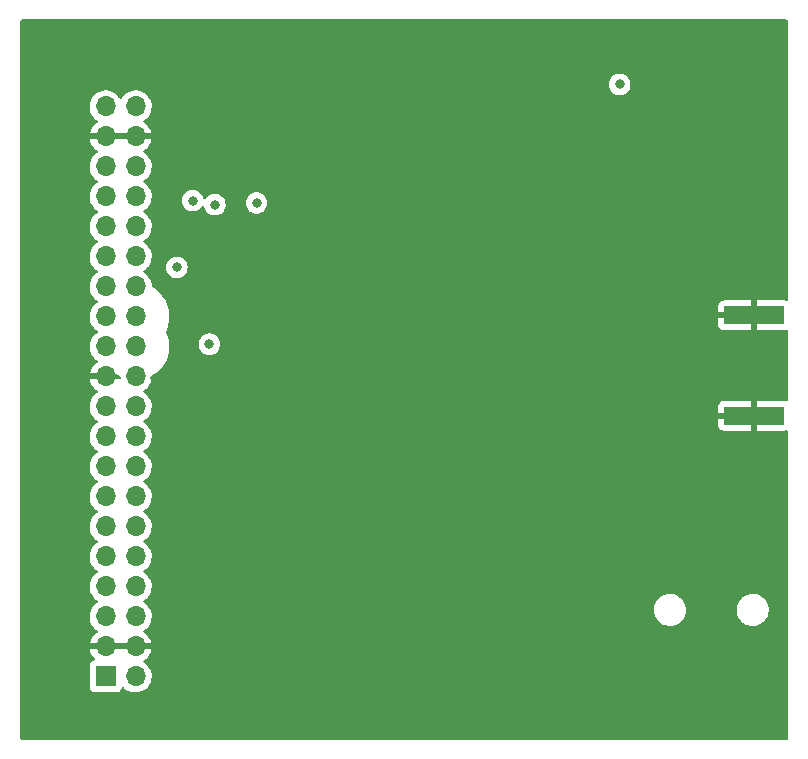
<source format=gbr>
%TF.GenerationSoftware,KiCad,Pcbnew,6.0.2+dfsg-1*%
%TF.CreationDate,2024-07-06T16:30:26+10:00*%
%TF.ProjectId,ulx3s_mixer,756c7833-735f-46d6-9978-65722e6b6963,rev?*%
%TF.SameCoordinates,Original*%
%TF.FileFunction,Copper,L4,Bot*%
%TF.FilePolarity,Positive*%
%FSLAX46Y46*%
G04 Gerber Fmt 4.6, Leading zero omitted, Abs format (unit mm)*
G04 Created by KiCad (PCBNEW 6.0.2+dfsg-1) date 2024-07-06 16:30:26*
%MOMM*%
%LPD*%
G01*
G04 APERTURE LIST*
%TA.AperFunction,SMDPad,CuDef*%
%ADD10R,5.080000X1.500000*%
%TD*%
%TA.AperFunction,ComponentPad*%
%ADD11R,1.700000X1.700000*%
%TD*%
%TA.AperFunction,ComponentPad*%
%ADD12O,1.700000X1.700000*%
%TD*%
%TA.AperFunction,ViaPad*%
%ADD13C,0.800000*%
%TD*%
%TA.AperFunction,Conductor*%
%ADD14C,0.200000*%
%TD*%
G04 APERTURE END LIST*
D10*
%TO.P,J2,2,Ext*%
%TO.N,GND*%
X152637500Y-73555000D03*
X152637500Y-82055000D03*
%TD*%
D11*
%TO.P,J1,1,Pin_1*%
%TO.N,+3V3*%
X97725000Y-104125000D03*
D12*
%TO.P,J1,2,Pin_2*%
X100265000Y-104125000D03*
%TO.P,J1,3,Pin_3*%
%TO.N,GND*%
X97725000Y-101585000D03*
%TO.P,J1,4,Pin_4*%
X100265000Y-101585000D03*
%TO.P,J1,5,Pin_5*%
%TO.N,unconnected-(J1-Pad5)*%
X97725000Y-99045000D03*
%TO.P,J1,6,Pin_6*%
%TO.N,unconnected-(J1-Pad6)*%
X100265000Y-99045000D03*
%TO.P,J1,7,Pin_7*%
%TO.N,unconnected-(J1-Pad7)*%
X97725000Y-96505000D03*
%TO.P,J1,8,Pin_8*%
%TO.N,unconnected-(J1-Pad8)*%
X100265000Y-96505000D03*
%TO.P,J1,9,Pin_9*%
%TO.N,unconnected-(J1-Pad9)*%
X97725000Y-93965000D03*
%TO.P,J1,10,Pin_10*%
%TO.N,unconnected-(J1-Pad10)*%
X100265000Y-93965000D03*
%TO.P,J1,11,Pin_11*%
%TO.N,unconnected-(J1-Pad11)*%
X97725000Y-91425000D03*
%TO.P,J1,12,Pin_12*%
%TO.N,/MCLK*%
X100265000Y-91425000D03*
%TO.P,J1,13,Pin_13*%
%TO.N,unconnected-(J1-Pad13)*%
X97725000Y-88885000D03*
%TO.P,J1,14,Pin_14*%
%TO.N,/LRCLK*%
X100265000Y-88885000D03*
%TO.P,J1,15,Pin_15*%
%TO.N,unconnected-(J1-Pad15)*%
X97725000Y-86345000D03*
%TO.P,J1,16,Pin_16*%
%TO.N,/SCLK*%
X100265000Y-86345000D03*
%TO.P,J1,17,Pin_17*%
%TO.N,unconnected-(J1-Pad17)*%
X97725000Y-83805000D03*
%TO.P,J1,18,Pin_18*%
%TO.N,/SDIN*%
X100265000Y-83805000D03*
%TO.P,J1,19,Pin_19*%
%TO.N,+3V3*%
X97725000Y-81265000D03*
%TO.P,J1,20,Pin_20*%
X100265000Y-81265000D03*
%TO.P,J1,21,Pin_21*%
%TO.N,GND*%
X97725000Y-78725000D03*
%TO.P,J1,22,Pin_22*%
X100265000Y-78725000D03*
%TO.P,J1,23,Pin_23*%
%TO.N,GN21*%
X97725000Y-76185000D03*
%TO.P,J1,24,Pin_24*%
%TO.N,GP21*%
X100265000Y-76185000D03*
%TO.P,J1,25,Pin_25*%
%TO.N,GN22*%
X97725000Y-73645000D03*
%TO.P,J1,26,Pin_26*%
%TO.N,GP22*%
X100265000Y-73645000D03*
%TO.P,J1,27,Pin_27*%
%TO.N,GN23*%
X97725000Y-71105000D03*
%TO.P,J1,28,Pin_28*%
%TO.N,GP23*%
X100265000Y-71105000D03*
%TO.P,J1,29,Pin_29*%
%TO.N,GN24*%
X97725000Y-68565000D03*
%TO.P,J1,30,Pin_30*%
%TO.N,GP24*%
X100265000Y-68565000D03*
%TO.P,J1,31,Pin_31*%
%TO.N,GN25*%
X97725000Y-66025000D03*
%TO.P,J1,32,Pin_32*%
%TO.N,GP25*%
X100265000Y-66025000D03*
%TO.P,J1,33,Pin_33*%
%TO.N,GN26*%
X97725000Y-63485000D03*
%TO.P,J1,34,Pin_34*%
%TO.N,GP26*%
X100265000Y-63485000D03*
%TO.P,J1,35,Pin_35*%
%TO.N,GN27*%
X97725000Y-60945000D03*
%TO.P,J1,36,Pin_36*%
%TO.N,GP27*%
X100265000Y-60945000D03*
%TO.P,J1,37,Pin_37*%
%TO.N,GND*%
X97725000Y-58405000D03*
%TO.P,J1,38,Pin_38*%
X100265000Y-58405000D03*
%TO.P,J1,39,Pin_39*%
%TO.N,unconnected-(J1-Pad39)*%
X97725000Y-55865000D03*
%TO.P,J1,40,Pin_40*%
%TO.N,+5V*%
X100265000Y-55865000D03*
%TD*%
D13*
%TO.N,GND*%
X140000000Y-72500000D03*
X150000000Y-55000000D03*
X147500000Y-72500000D03*
X142500000Y-72500000D03*
X92500000Y-85000000D03*
X142500000Y-92500000D03*
X152500000Y-50000000D03*
X147500000Y-90000000D03*
X140000000Y-90000000D03*
X148000000Y-75000000D03*
X142000000Y-75000000D03*
X95000000Y-87500000D03*
X93000000Y-67500000D03*
X110000000Y-62500000D03*
X137500000Y-80000000D03*
X142500000Y-90000000D03*
X92500000Y-97500000D03*
X102500000Y-85000000D03*
X147500000Y-85000000D03*
X105000000Y-105000000D03*
X150000000Y-95000000D03*
X135000000Y-87500000D03*
X145000000Y-92500000D03*
X140000000Y-87500000D03*
X120000000Y-107500000D03*
X110000000Y-107500000D03*
X147500000Y-105000000D03*
X97500000Y-107500000D03*
X147500000Y-60000000D03*
X124000000Y-93000000D03*
X95000000Y-92500000D03*
X95000000Y-100000000D03*
X110000000Y-100000000D03*
X150000000Y-87500000D03*
X105000000Y-69250000D03*
X95000000Y-102500000D03*
X152500000Y-107500000D03*
X145000000Y-72500000D03*
X92500000Y-107500000D03*
X147500000Y-62500000D03*
X105000000Y-55000000D03*
X95000000Y-85000000D03*
X147500000Y-73500000D03*
X150000000Y-70000000D03*
X95000000Y-80000000D03*
X149250000Y-82250000D03*
X149000000Y-73500000D03*
X106500000Y-83000000D03*
X92500000Y-100000000D03*
X102500000Y-57500000D03*
X142500000Y-105000000D03*
X115000000Y-62500000D03*
X102500000Y-55000000D03*
X142500000Y-70000000D03*
X130000000Y-87500000D03*
X117500000Y-90000000D03*
X105000000Y-97500000D03*
X152500000Y-90000000D03*
X105000000Y-60000000D03*
X150000000Y-65000000D03*
X102500000Y-50000000D03*
X110000000Y-105000000D03*
X152500000Y-52500000D03*
X152500000Y-62500000D03*
X95000000Y-62500000D03*
X125000000Y-107500000D03*
X102500000Y-102500000D03*
X141000000Y-80500000D03*
X92500000Y-57500000D03*
X95000000Y-57500000D03*
X142500000Y-65000000D03*
X121560000Y-57390000D03*
X102500000Y-95000000D03*
X125000000Y-85000000D03*
X107500000Y-52500000D03*
X147500000Y-57500000D03*
X92500000Y-55000000D03*
X102500000Y-97500000D03*
X137500000Y-82500000D03*
X127500000Y-85000000D03*
X130000000Y-82500000D03*
X127500000Y-65000000D03*
X117500000Y-100000000D03*
X107500000Y-102500000D03*
X147500000Y-97500000D03*
X145000000Y-80500000D03*
X117500000Y-62500000D03*
X134250000Y-58250000D03*
X95000000Y-55000000D03*
X92500000Y-65000000D03*
X110500000Y-67000000D03*
X92500000Y-60000000D03*
X150000000Y-100000000D03*
X107500000Y-100000000D03*
X135000000Y-85000000D03*
X142500000Y-100000000D03*
X95000000Y-82500000D03*
X92500000Y-52500000D03*
X135000000Y-107500000D03*
X141250000Y-59500000D03*
X142500000Y-85000000D03*
X115000000Y-100000000D03*
X127000000Y-98500000D03*
X102500000Y-82500000D03*
X150000000Y-85000000D03*
X95000000Y-77500000D03*
X140000000Y-100000000D03*
X152500000Y-92500000D03*
X107500000Y-95000000D03*
X112500000Y-107500000D03*
X152500000Y-87500000D03*
X105000000Y-95000000D03*
X144000000Y-75000000D03*
X95000000Y-60000000D03*
X137500000Y-78750000D03*
X120000000Y-90000000D03*
X150000000Y-105000000D03*
X152500000Y-60000000D03*
X115000000Y-105000000D03*
X124330000Y-60590000D03*
X103750000Y-76500000D03*
X137500000Y-87500000D03*
X152500000Y-105000000D03*
X130000000Y-107500000D03*
X115000000Y-90000000D03*
X143000000Y-80500000D03*
X146000000Y-80500000D03*
X110000000Y-102500000D03*
X95000000Y-97500000D03*
X152500000Y-65000000D03*
X102500000Y-105000000D03*
X152500000Y-70000000D03*
X117500000Y-85000000D03*
X105000000Y-57500000D03*
X132500000Y-87500000D03*
X92500000Y-95000000D03*
X112500000Y-100000000D03*
X120190000Y-60170000D03*
X147500000Y-107500000D03*
X115000000Y-107500000D03*
X117460000Y-60660000D03*
X105000000Y-102500000D03*
X125000000Y-90000000D03*
X110000000Y-60000000D03*
X100000000Y-107500000D03*
X147500000Y-70000000D03*
X135000000Y-82500000D03*
X147000000Y-80500000D03*
X105000000Y-52500000D03*
X145000000Y-105000000D03*
X120000000Y-85000000D03*
X117500000Y-102500000D03*
X95000000Y-95000000D03*
X92500000Y-82500000D03*
X140000000Y-85000000D03*
X105000000Y-100000000D03*
X142500000Y-87500000D03*
X132500000Y-80000000D03*
X100000000Y-50000000D03*
X122500000Y-90000000D03*
X147500000Y-55000000D03*
X110000000Y-97500000D03*
X140000000Y-62500000D03*
X147000000Y-75000000D03*
X112500000Y-62500000D03*
X107500000Y-85000000D03*
X145000000Y-82500000D03*
X152500000Y-67500000D03*
X107500000Y-105000000D03*
X112500000Y-60000000D03*
X140000000Y-65000000D03*
X92500000Y-105000000D03*
X112500000Y-85000000D03*
X150000000Y-60000000D03*
X147500000Y-87500000D03*
X145000000Y-70000000D03*
X127500000Y-107500000D03*
X147500000Y-100000000D03*
X117500000Y-105000000D03*
X145000000Y-87500000D03*
X95000000Y-65000000D03*
X92500000Y-92500000D03*
X143000000Y-75000000D03*
X102500000Y-100000000D03*
X112500000Y-105000000D03*
X145000000Y-85000000D03*
X142500000Y-107500000D03*
X122500000Y-107500000D03*
X105000000Y-85000000D03*
X147500000Y-50000000D03*
X152500000Y-55000000D03*
X146000000Y-75000000D03*
X112500000Y-57500000D03*
X92500000Y-80000000D03*
X108000000Y-62305000D03*
X130000000Y-85000000D03*
X152500000Y-57500000D03*
X100000000Y-52500000D03*
X147500000Y-95000000D03*
X95000000Y-107500000D03*
X145000000Y-90000000D03*
X92500000Y-50000000D03*
X92500000Y-90000000D03*
X95000000Y-105000000D03*
X142000000Y-80500000D03*
X140000000Y-82500000D03*
X145000000Y-75000000D03*
X103750000Y-61500000D03*
X132500000Y-82500000D03*
X97500000Y-50000000D03*
X147500000Y-67500000D03*
X115000000Y-66500000D03*
X112500000Y-70000000D03*
X127500000Y-90000000D03*
X140000000Y-107500000D03*
X122000000Y-70750000D03*
X150000000Y-52500000D03*
X150000000Y-97500000D03*
X145000000Y-107500000D03*
X137500000Y-85000000D03*
X150000000Y-90000000D03*
X107500000Y-107500000D03*
X144000000Y-80500000D03*
X150000000Y-57500000D03*
X150000000Y-67500000D03*
X117500000Y-107500000D03*
X115250000Y-77750000D03*
X142500000Y-62500000D03*
X105000000Y-107500000D03*
X110000000Y-85000000D03*
X132500000Y-107500000D03*
X110000000Y-70000000D03*
X141000000Y-75000000D03*
X110000000Y-90000000D03*
X102500000Y-107500000D03*
X122500000Y-85000000D03*
X112500000Y-90000000D03*
X95000000Y-50000000D03*
X147500000Y-92500000D03*
X120000000Y-62500000D03*
X142500000Y-82500000D03*
X148000000Y-80500000D03*
X150000000Y-62500000D03*
X92500000Y-77500000D03*
X115000000Y-85000000D03*
X95000000Y-90000000D03*
X140000000Y-70000000D03*
X137500000Y-107500000D03*
X125000000Y-65000000D03*
X140000000Y-80500000D03*
X102500000Y-66500000D03*
X150000000Y-50000000D03*
X119250000Y-70750000D03*
X93250000Y-74250000D03*
X95000000Y-52500000D03*
X92500000Y-87500000D03*
X147500000Y-65000000D03*
X150000000Y-107500000D03*
X102500000Y-60000000D03*
X137500000Y-100000000D03*
X107500000Y-97500000D03*
X152500000Y-85000000D03*
X135000000Y-80000000D03*
X120000000Y-105000000D03*
X147500000Y-82500000D03*
X97500000Y-52500000D03*
X132500000Y-85000000D03*
X112500000Y-102500000D03*
X92500000Y-102500000D03*
X147500000Y-52500000D03*
X92500000Y-62500000D03*
X115000000Y-102500000D03*
X150000000Y-92500000D03*
%TO.N,+3V3*%
X103750000Y-69500000D03*
X105094266Y-63855734D03*
X141242500Y-54000000D03*
X110500000Y-64045000D03*
X106500000Y-76000000D03*
X106970000Y-64180000D03*
%TD*%
D14*
%TO.N,GND*%
X149055000Y-73555000D02*
X149000000Y-73500000D01*
X152637500Y-73555000D02*
X149055000Y-73555000D01*
X149445000Y-82055000D02*
X149250000Y-82250000D01*
X152637500Y-82055000D02*
X149445000Y-82055000D01*
%TD*%
%TA.AperFunction,Conductor*%
%TO.N,GND*%
G36*
X155434121Y-48528002D02*
G01*
X155480614Y-48581658D01*
X155492000Y-48634000D01*
X155492000Y-72198536D01*
X155471998Y-72266657D01*
X155418342Y-72313150D01*
X155348068Y-72323254D01*
X155321769Y-72316518D01*
X155295103Y-72306521D01*
X155279851Y-72302895D01*
X155228986Y-72297369D01*
X155222172Y-72297000D01*
X152909615Y-72297000D01*
X152894376Y-72301475D01*
X152893171Y-72302865D01*
X152891500Y-72310548D01*
X152891500Y-74794884D01*
X152895975Y-74810123D01*
X152897365Y-74811328D01*
X152905048Y-74812999D01*
X155222169Y-74812999D01*
X155228990Y-74812629D01*
X155279852Y-74807105D01*
X155295100Y-74803480D01*
X155321769Y-74793482D01*
X155392577Y-74788299D01*
X155454946Y-74822219D01*
X155489075Y-74884474D01*
X155492000Y-74911464D01*
X155492000Y-80698536D01*
X155471998Y-80766657D01*
X155418342Y-80813150D01*
X155348068Y-80823254D01*
X155321769Y-80816518D01*
X155295103Y-80806521D01*
X155279851Y-80802895D01*
X155228986Y-80797369D01*
X155222172Y-80797000D01*
X152909615Y-80797000D01*
X152894376Y-80801475D01*
X152893171Y-80802865D01*
X152891500Y-80810548D01*
X152891500Y-83294884D01*
X152895975Y-83310123D01*
X152897365Y-83311328D01*
X152905048Y-83312999D01*
X155222169Y-83312999D01*
X155228990Y-83312629D01*
X155279852Y-83307105D01*
X155295100Y-83303480D01*
X155321769Y-83293482D01*
X155392577Y-83288299D01*
X155454946Y-83322219D01*
X155489075Y-83384474D01*
X155492000Y-83411464D01*
X155492000Y-109366000D01*
X155471998Y-109434121D01*
X155418342Y-109480614D01*
X155366000Y-109492000D01*
X90634000Y-109492000D01*
X90565879Y-109471998D01*
X90519386Y-109418342D01*
X90508000Y-109366000D01*
X90508000Y-105023134D01*
X96366500Y-105023134D01*
X96373255Y-105085316D01*
X96424385Y-105221705D01*
X96511739Y-105338261D01*
X96628295Y-105425615D01*
X96764684Y-105476745D01*
X96826866Y-105483500D01*
X98623134Y-105483500D01*
X98685316Y-105476745D01*
X98821705Y-105425615D01*
X98938261Y-105338261D01*
X99025615Y-105221705D01*
X99047799Y-105162529D01*
X99069598Y-105104382D01*
X99112240Y-105047618D01*
X99178802Y-105022918D01*
X99248150Y-105038126D01*
X99282817Y-105066114D01*
X99311250Y-105098938D01*
X99483126Y-105241632D01*
X99676000Y-105354338D01*
X99884692Y-105434030D01*
X99889760Y-105435061D01*
X99889763Y-105435062D01*
X99997017Y-105456883D01*
X100103597Y-105478567D01*
X100108772Y-105478757D01*
X100108774Y-105478757D01*
X100321673Y-105486564D01*
X100321677Y-105486564D01*
X100326837Y-105486753D01*
X100331957Y-105486097D01*
X100331959Y-105486097D01*
X100543288Y-105459025D01*
X100543289Y-105459025D01*
X100548416Y-105458368D01*
X100553366Y-105456883D01*
X100757429Y-105395661D01*
X100757434Y-105395659D01*
X100762384Y-105394174D01*
X100962994Y-105295896D01*
X101144860Y-105166173D01*
X101303096Y-105008489D01*
X101433453Y-104827077D01*
X101532430Y-104626811D01*
X101597370Y-104413069D01*
X101626529Y-104191590D01*
X101628156Y-104125000D01*
X101609852Y-103902361D01*
X101555431Y-103685702D01*
X101466354Y-103480840D01*
X101345014Y-103293277D01*
X101194670Y-103128051D01*
X101190619Y-103124852D01*
X101190615Y-103124848D01*
X101023414Y-102992800D01*
X101023410Y-102992798D01*
X101019359Y-102989598D01*
X100977569Y-102966529D01*
X100927598Y-102916097D01*
X100912826Y-102846654D01*
X100937942Y-102780248D01*
X100965294Y-102753641D01*
X101140328Y-102628792D01*
X101148200Y-102622139D01*
X101299052Y-102471812D01*
X101305730Y-102463965D01*
X101430003Y-102291020D01*
X101435313Y-102282183D01*
X101529670Y-102091267D01*
X101533469Y-102081672D01*
X101595377Y-101877910D01*
X101597555Y-101867837D01*
X101598986Y-101856962D01*
X101596775Y-101842778D01*
X101583617Y-101839000D01*
X96408225Y-101839000D01*
X96394694Y-101842973D01*
X96393257Y-101852966D01*
X96423565Y-101987446D01*
X96426645Y-101997275D01*
X96506770Y-102194603D01*
X96511413Y-102203794D01*
X96622694Y-102385388D01*
X96628777Y-102393699D01*
X96768213Y-102554667D01*
X96775577Y-102561879D01*
X96780522Y-102565985D01*
X96820156Y-102624889D01*
X96821653Y-102695870D01*
X96784537Y-102756392D01*
X96744264Y-102780910D01*
X96636705Y-102821232D01*
X96636704Y-102821233D01*
X96628295Y-102824385D01*
X96511739Y-102911739D01*
X96424385Y-103028295D01*
X96373255Y-103164684D01*
X96366500Y-103226866D01*
X96366500Y-105023134D01*
X90508000Y-105023134D01*
X90508000Y-99011695D01*
X96362251Y-99011695D01*
X96362548Y-99016848D01*
X96362548Y-99016851D01*
X96367964Y-99110783D01*
X96375110Y-99234715D01*
X96376247Y-99239761D01*
X96376248Y-99239767D01*
X96396119Y-99327939D01*
X96424222Y-99452639D01*
X96508266Y-99659616D01*
X96554481Y-99735032D01*
X96622291Y-99845688D01*
X96624987Y-99850088D01*
X96771250Y-100018938D01*
X96943126Y-100161632D01*
X97016955Y-100204774D01*
X97065679Y-100256412D01*
X97078750Y-100326195D01*
X97052019Y-100391967D01*
X97011562Y-100425327D01*
X97003457Y-100429546D01*
X96994738Y-100435036D01*
X96824433Y-100562905D01*
X96816726Y-100569748D01*
X96669590Y-100723717D01*
X96663104Y-100731727D01*
X96543098Y-100907649D01*
X96538000Y-100916623D01*
X96448338Y-101109783D01*
X96444775Y-101119470D01*
X96389389Y-101319183D01*
X96390912Y-101327607D01*
X96403292Y-101331000D01*
X101583344Y-101331000D01*
X101596875Y-101327027D01*
X101598180Y-101317947D01*
X101556214Y-101150875D01*
X101552894Y-101141124D01*
X101467972Y-100945814D01*
X101463105Y-100936739D01*
X101347426Y-100757926D01*
X101341136Y-100749757D01*
X101197806Y-100592240D01*
X101190273Y-100585215D01*
X101023139Y-100453222D01*
X101014556Y-100447520D01*
X100977602Y-100427120D01*
X100927631Y-100376687D01*
X100912859Y-100307245D01*
X100937975Y-100240839D01*
X100965327Y-100214232D01*
X100988797Y-100197491D01*
X101144860Y-100086173D01*
X101303096Y-99928489D01*
X101362594Y-99845689D01*
X101430435Y-99751277D01*
X101433453Y-99747077D01*
X101437200Y-99739497D01*
X101530136Y-99551453D01*
X101530137Y-99551451D01*
X101532430Y-99546811D01*
X101597370Y-99333069D01*
X101626529Y-99111590D01*
X101626660Y-99106221D01*
X101628074Y-99048365D01*
X101628074Y-99048361D01*
X101628156Y-99045000D01*
X101609852Y-98822361D01*
X101555431Y-98605702D01*
X101481544Y-98435774D01*
X144138102Y-98435774D01*
X144146751Y-98666158D01*
X144194093Y-98891791D01*
X144196051Y-98896750D01*
X144196052Y-98896752D01*
X144254599Y-99045000D01*
X144278776Y-99106221D01*
X144398377Y-99303317D01*
X144401874Y-99307347D01*
X144532105Y-99457425D01*
X144549477Y-99477445D01*
X144553608Y-99480832D01*
X144723627Y-99620240D01*
X144723633Y-99620244D01*
X144727755Y-99623624D01*
X144732391Y-99626263D01*
X144732394Y-99626265D01*
X144841422Y-99688327D01*
X144928114Y-99737675D01*
X145144825Y-99816337D01*
X145150074Y-99817286D01*
X145150077Y-99817287D01*
X145367608Y-99856623D01*
X145367615Y-99856624D01*
X145371692Y-99857361D01*
X145389414Y-99858197D01*
X145394356Y-99858430D01*
X145394363Y-99858430D01*
X145395844Y-99858500D01*
X145557890Y-99858500D01*
X145624809Y-99852822D01*
X145724409Y-99844371D01*
X145724413Y-99844370D01*
X145729720Y-99843920D01*
X145734875Y-99842582D01*
X145734881Y-99842581D01*
X145947703Y-99787343D01*
X145947707Y-99787342D01*
X145952872Y-99786001D01*
X145957738Y-99783809D01*
X145957741Y-99783808D01*
X146158202Y-99693507D01*
X146163075Y-99691312D01*
X146354319Y-99562559D01*
X146521135Y-99403424D01*
X146658754Y-99218458D01*
X146763240Y-99012949D01*
X146765224Y-99006562D01*
X146830024Y-98797871D01*
X146831607Y-98792773D01*
X146832692Y-98784588D01*
X146861198Y-98569511D01*
X146861198Y-98569506D01*
X146861898Y-98564226D01*
X146861605Y-98556406D01*
X146857075Y-98435774D01*
X151138102Y-98435774D01*
X151146751Y-98666158D01*
X151194093Y-98891791D01*
X151196051Y-98896750D01*
X151196052Y-98896752D01*
X151254599Y-99045000D01*
X151278776Y-99106221D01*
X151398377Y-99303317D01*
X151401874Y-99307347D01*
X151532105Y-99457425D01*
X151549477Y-99477445D01*
X151553608Y-99480832D01*
X151723627Y-99620240D01*
X151723633Y-99620244D01*
X151727755Y-99623624D01*
X151732391Y-99626263D01*
X151732394Y-99626265D01*
X151841422Y-99688327D01*
X151928114Y-99737675D01*
X152144825Y-99816337D01*
X152150074Y-99817286D01*
X152150077Y-99817287D01*
X152367608Y-99856623D01*
X152367615Y-99856624D01*
X152371692Y-99857361D01*
X152389414Y-99858197D01*
X152394356Y-99858430D01*
X152394363Y-99858430D01*
X152395844Y-99858500D01*
X152557890Y-99858500D01*
X152624809Y-99852822D01*
X152724409Y-99844371D01*
X152724413Y-99844370D01*
X152729720Y-99843920D01*
X152734875Y-99842582D01*
X152734881Y-99842581D01*
X152947703Y-99787343D01*
X152947707Y-99787342D01*
X152952872Y-99786001D01*
X152957738Y-99783809D01*
X152957741Y-99783808D01*
X153158202Y-99693507D01*
X153163075Y-99691312D01*
X153354319Y-99562559D01*
X153521135Y-99403424D01*
X153658754Y-99218458D01*
X153763240Y-99012949D01*
X153765224Y-99006562D01*
X153830024Y-98797871D01*
X153831607Y-98792773D01*
X153832692Y-98784588D01*
X153861198Y-98569511D01*
X153861198Y-98569506D01*
X153861898Y-98564226D01*
X153861605Y-98556406D01*
X153856877Y-98430489D01*
X153853249Y-98333842D01*
X153805907Y-98108209D01*
X153783658Y-98051870D01*
X153723185Y-97898744D01*
X153723184Y-97898742D01*
X153721224Y-97893779D01*
X153716988Y-97886797D01*
X153604390Y-97701243D01*
X153601623Y-97696683D01*
X153536497Y-97621632D01*
X153454023Y-97526588D01*
X153454021Y-97526586D01*
X153450523Y-97522555D01*
X153392563Y-97475031D01*
X153276373Y-97379760D01*
X153276367Y-97379756D01*
X153272245Y-97376376D01*
X153267609Y-97373737D01*
X153267606Y-97373735D01*
X153076529Y-97264968D01*
X153071886Y-97262325D01*
X152855175Y-97183663D01*
X152849926Y-97182714D01*
X152849923Y-97182713D01*
X152632392Y-97143377D01*
X152632385Y-97143376D01*
X152628308Y-97142639D01*
X152610586Y-97141803D01*
X152605644Y-97141570D01*
X152605637Y-97141570D01*
X152604156Y-97141500D01*
X152442110Y-97141500D01*
X152375191Y-97147178D01*
X152275591Y-97155629D01*
X152275587Y-97155630D01*
X152270280Y-97156080D01*
X152265125Y-97157418D01*
X152265119Y-97157419D01*
X152052297Y-97212657D01*
X152052293Y-97212658D01*
X152047128Y-97213999D01*
X152042262Y-97216191D01*
X152042259Y-97216192D01*
X151933980Y-97264968D01*
X151836925Y-97308688D01*
X151645681Y-97437441D01*
X151641824Y-97441120D01*
X151641822Y-97441122D01*
X151602181Y-97478938D01*
X151478865Y-97596576D01*
X151341246Y-97781542D01*
X151338830Y-97786293D01*
X151338828Y-97786297D01*
X151313373Y-97836364D01*
X151236760Y-97987051D01*
X151235178Y-97992145D01*
X151235177Y-97992148D01*
X151175791Y-98183401D01*
X151168393Y-98207227D01*
X151167692Y-98212516D01*
X151142103Y-98405590D01*
X151138102Y-98435774D01*
X146857075Y-98435774D01*
X146856877Y-98430489D01*
X146853249Y-98333842D01*
X146805907Y-98108209D01*
X146783658Y-98051870D01*
X146723185Y-97898744D01*
X146723184Y-97898742D01*
X146721224Y-97893779D01*
X146716988Y-97886797D01*
X146604390Y-97701243D01*
X146601623Y-97696683D01*
X146536497Y-97621632D01*
X146454023Y-97526588D01*
X146454021Y-97526586D01*
X146450523Y-97522555D01*
X146392563Y-97475031D01*
X146276373Y-97379760D01*
X146276367Y-97379756D01*
X146272245Y-97376376D01*
X146267609Y-97373737D01*
X146267606Y-97373735D01*
X146076529Y-97264968D01*
X146071886Y-97262325D01*
X145855175Y-97183663D01*
X145849926Y-97182714D01*
X145849923Y-97182713D01*
X145632392Y-97143377D01*
X145632385Y-97143376D01*
X145628308Y-97142639D01*
X145610586Y-97141803D01*
X145605644Y-97141570D01*
X145605637Y-97141570D01*
X145604156Y-97141500D01*
X145442110Y-97141500D01*
X145375191Y-97147178D01*
X145275591Y-97155629D01*
X145275587Y-97155630D01*
X145270280Y-97156080D01*
X145265125Y-97157418D01*
X145265119Y-97157419D01*
X145052297Y-97212657D01*
X145052293Y-97212658D01*
X145047128Y-97213999D01*
X145042262Y-97216191D01*
X145042259Y-97216192D01*
X144933980Y-97264968D01*
X144836925Y-97308688D01*
X144645681Y-97437441D01*
X144641824Y-97441120D01*
X144641822Y-97441122D01*
X144602181Y-97478938D01*
X144478865Y-97596576D01*
X144341246Y-97781542D01*
X144338830Y-97786293D01*
X144338828Y-97786297D01*
X144313373Y-97836364D01*
X144236760Y-97987051D01*
X144235178Y-97992145D01*
X144235177Y-97992148D01*
X144175791Y-98183401D01*
X144168393Y-98207227D01*
X144167692Y-98212516D01*
X144142103Y-98405590D01*
X144138102Y-98435774D01*
X101481544Y-98435774D01*
X101466354Y-98400840D01*
X101345014Y-98213277D01*
X101194670Y-98048051D01*
X101190619Y-98044852D01*
X101190615Y-98044848D01*
X101023414Y-97912800D01*
X101023410Y-97912798D01*
X101019359Y-97909598D01*
X100978053Y-97886796D01*
X100928084Y-97836364D01*
X100913312Y-97766921D01*
X100938428Y-97700516D01*
X100965780Y-97673909D01*
X101009603Y-97642650D01*
X101144860Y-97546173D01*
X101303096Y-97388489D01*
X101309369Y-97379760D01*
X101430435Y-97211277D01*
X101433453Y-97207077D01*
X101445495Y-97182713D01*
X101530136Y-97011453D01*
X101530137Y-97011451D01*
X101532430Y-97006811D01*
X101597370Y-96793069D01*
X101626529Y-96571590D01*
X101628156Y-96505000D01*
X101609852Y-96282361D01*
X101555431Y-96065702D01*
X101466354Y-95860840D01*
X101345014Y-95673277D01*
X101194670Y-95508051D01*
X101190619Y-95504852D01*
X101190615Y-95504848D01*
X101023414Y-95372800D01*
X101023410Y-95372798D01*
X101019359Y-95369598D01*
X100978053Y-95346796D01*
X100928084Y-95296364D01*
X100913312Y-95226921D01*
X100938428Y-95160516D01*
X100965780Y-95133909D01*
X101009603Y-95102650D01*
X101144860Y-95006173D01*
X101303096Y-94848489D01*
X101362594Y-94765689D01*
X101430435Y-94671277D01*
X101433453Y-94667077D01*
X101454320Y-94624857D01*
X101530136Y-94471453D01*
X101530137Y-94471451D01*
X101532430Y-94466811D01*
X101597370Y-94253069D01*
X101626529Y-94031590D01*
X101628156Y-93965000D01*
X101609852Y-93742361D01*
X101555431Y-93525702D01*
X101466354Y-93320840D01*
X101345014Y-93133277D01*
X101194670Y-92968051D01*
X101190619Y-92964852D01*
X101190615Y-92964848D01*
X101023414Y-92832800D01*
X101023410Y-92832798D01*
X101019359Y-92829598D01*
X100978053Y-92806796D01*
X100928084Y-92756364D01*
X100913312Y-92686921D01*
X100938428Y-92620516D01*
X100965780Y-92593909D01*
X101009603Y-92562650D01*
X101144860Y-92466173D01*
X101303096Y-92308489D01*
X101362594Y-92225689D01*
X101430435Y-92131277D01*
X101433453Y-92127077D01*
X101454320Y-92084857D01*
X101530136Y-91931453D01*
X101530137Y-91931451D01*
X101532430Y-91926811D01*
X101597370Y-91713069D01*
X101626529Y-91491590D01*
X101628156Y-91425000D01*
X101609852Y-91202361D01*
X101555431Y-90985702D01*
X101466354Y-90780840D01*
X101345014Y-90593277D01*
X101194670Y-90428051D01*
X101190619Y-90424852D01*
X101190615Y-90424848D01*
X101023414Y-90292800D01*
X101023410Y-90292798D01*
X101019359Y-90289598D01*
X100978053Y-90266796D01*
X100928084Y-90216364D01*
X100913312Y-90146921D01*
X100938428Y-90080516D01*
X100965780Y-90053909D01*
X101009603Y-90022650D01*
X101144860Y-89926173D01*
X101303096Y-89768489D01*
X101362594Y-89685689D01*
X101430435Y-89591277D01*
X101433453Y-89587077D01*
X101454320Y-89544857D01*
X101530136Y-89391453D01*
X101530137Y-89391451D01*
X101532430Y-89386811D01*
X101597370Y-89173069D01*
X101626529Y-88951590D01*
X101628156Y-88885000D01*
X101609852Y-88662361D01*
X101555431Y-88445702D01*
X101466354Y-88240840D01*
X101345014Y-88053277D01*
X101194670Y-87888051D01*
X101190619Y-87884852D01*
X101190615Y-87884848D01*
X101023414Y-87752800D01*
X101023410Y-87752798D01*
X101019359Y-87749598D01*
X100978053Y-87726796D01*
X100928084Y-87676364D01*
X100913312Y-87606921D01*
X100938428Y-87540516D01*
X100965780Y-87513909D01*
X101009603Y-87482650D01*
X101144860Y-87386173D01*
X101303096Y-87228489D01*
X101362594Y-87145689D01*
X101430435Y-87051277D01*
X101433453Y-87047077D01*
X101454320Y-87004857D01*
X101530136Y-86851453D01*
X101530137Y-86851451D01*
X101532430Y-86846811D01*
X101597370Y-86633069D01*
X101626529Y-86411590D01*
X101628156Y-86345000D01*
X101609852Y-86122361D01*
X101555431Y-85905702D01*
X101466354Y-85700840D01*
X101345014Y-85513277D01*
X101194670Y-85348051D01*
X101190619Y-85344852D01*
X101190615Y-85344848D01*
X101023414Y-85212800D01*
X101023410Y-85212798D01*
X101019359Y-85209598D01*
X100978053Y-85186796D01*
X100928084Y-85136364D01*
X100913312Y-85066921D01*
X100938428Y-85000516D01*
X100965780Y-84973909D01*
X101009603Y-84942650D01*
X101144860Y-84846173D01*
X101303096Y-84688489D01*
X101362594Y-84605689D01*
X101430435Y-84511277D01*
X101433453Y-84507077D01*
X101454320Y-84464857D01*
X101530136Y-84311453D01*
X101530137Y-84311451D01*
X101532430Y-84306811D01*
X101597370Y-84093069D01*
X101626529Y-83871590D01*
X101628156Y-83805000D01*
X101609852Y-83582361D01*
X101555431Y-83365702D01*
X101466354Y-83160840D01*
X101345014Y-82973277D01*
X101232539Y-82849669D01*
X149589501Y-82849669D01*
X149589871Y-82856490D01*
X149595395Y-82907352D01*
X149599021Y-82922604D01*
X149644176Y-83043054D01*
X149652714Y-83058649D01*
X149729215Y-83160724D01*
X149741776Y-83173285D01*
X149843851Y-83249786D01*
X149859446Y-83258324D01*
X149979894Y-83303478D01*
X149995149Y-83307105D01*
X150046014Y-83312631D01*
X150052828Y-83313000D01*
X152365385Y-83313000D01*
X152380624Y-83308525D01*
X152381829Y-83307135D01*
X152383500Y-83299452D01*
X152383500Y-82327115D01*
X152379025Y-82311876D01*
X152377635Y-82310671D01*
X152369952Y-82309000D01*
X149607616Y-82309000D01*
X149592377Y-82313475D01*
X149591172Y-82314865D01*
X149589501Y-82322548D01*
X149589501Y-82849669D01*
X101232539Y-82849669D01*
X101194670Y-82808051D01*
X101190619Y-82804852D01*
X101190615Y-82804848D01*
X101023414Y-82672800D01*
X101023410Y-82672798D01*
X101019359Y-82669598D01*
X100978053Y-82646796D01*
X100928084Y-82596364D01*
X100913312Y-82526921D01*
X100938428Y-82460516D01*
X100965780Y-82433909D01*
X101009603Y-82402650D01*
X101144860Y-82306173D01*
X101303096Y-82148489D01*
X101362594Y-82065689D01*
X101430435Y-81971277D01*
X101433453Y-81967077D01*
X101454320Y-81924857D01*
X101524486Y-81782885D01*
X149589500Y-81782885D01*
X149593975Y-81798124D01*
X149595365Y-81799329D01*
X149603048Y-81801000D01*
X152365385Y-81801000D01*
X152380624Y-81796525D01*
X152381829Y-81795135D01*
X152383500Y-81787452D01*
X152383500Y-80815116D01*
X152379025Y-80799877D01*
X152377635Y-80798672D01*
X152369952Y-80797001D01*
X150052831Y-80797001D01*
X150046010Y-80797371D01*
X149995148Y-80802895D01*
X149979896Y-80806521D01*
X149859446Y-80851676D01*
X149843851Y-80860214D01*
X149741776Y-80936715D01*
X149729215Y-80949276D01*
X149652714Y-81051351D01*
X149644176Y-81066946D01*
X149599022Y-81187394D01*
X149595395Y-81202649D01*
X149589869Y-81253514D01*
X149589500Y-81260328D01*
X149589500Y-81782885D01*
X101524486Y-81782885D01*
X101530136Y-81771453D01*
X101530137Y-81771451D01*
X101532430Y-81766811D01*
X101597370Y-81553069D01*
X101626529Y-81331590D01*
X101628156Y-81265000D01*
X101609852Y-81042361D01*
X101555431Y-80825702D01*
X101466354Y-80620840D01*
X101345014Y-80433277D01*
X101194670Y-80268051D01*
X101190619Y-80264852D01*
X101190615Y-80264848D01*
X101023414Y-80132800D01*
X101023410Y-80132798D01*
X101019359Y-80129598D01*
X100977569Y-80106529D01*
X100927598Y-80056097D01*
X100912826Y-79986654D01*
X100937942Y-79920248D01*
X100965294Y-79893641D01*
X101140328Y-79768792D01*
X101148200Y-79762139D01*
X101299052Y-79611812D01*
X101305730Y-79603965D01*
X101430003Y-79431020D01*
X101435313Y-79422183D01*
X101529670Y-79231267D01*
X101533469Y-79221672D01*
X101595377Y-79017910D01*
X101597555Y-79007837D01*
X101598986Y-78996962D01*
X101596775Y-78982778D01*
X101566574Y-78974106D01*
X101567298Y-78971583D01*
X101524437Y-78958998D01*
X101477944Y-78905342D01*
X101467840Y-78835068D01*
X101497334Y-78770488D01*
X101541914Y-78737626D01*
X101557972Y-78730577D01*
X101557975Y-78730576D01*
X101561293Y-78729119D01*
X101845116Y-78563266D01*
X101983741Y-78459183D01*
X102105092Y-78368070D01*
X102105096Y-78368067D01*
X102107995Y-78365890D01*
X102230348Y-78249783D01*
X102343813Y-78142109D01*
X102343817Y-78142105D01*
X102346447Y-78139609D01*
X102423338Y-78047649D01*
X102554988Y-77890196D01*
X102557310Y-77887419D01*
X102567618Y-77871727D01*
X102735802Y-77615691D01*
X102735807Y-77615682D01*
X102737789Y-77612665D01*
X102811641Y-77465827D01*
X102883866Y-77322225D01*
X102883869Y-77322217D01*
X102885493Y-77318989D01*
X102998464Y-77010281D01*
X102999309Y-77006759D01*
X102999312Y-77006751D01*
X103074357Y-76694165D01*
X103074358Y-76694161D01*
X103075204Y-76690636D01*
X103075641Y-76687026D01*
X103114361Y-76367067D01*
X103114362Y-76367060D01*
X103114697Y-76364288D01*
X103120331Y-76185000D01*
X103118115Y-76146562D01*
X103109664Y-76000000D01*
X105586496Y-76000000D01*
X105587186Y-76006565D01*
X105602982Y-76156851D01*
X105606458Y-76189928D01*
X105665473Y-76371556D01*
X105668776Y-76377278D01*
X105668777Y-76377279D01*
X105702686Y-76436010D01*
X105760960Y-76536944D01*
X105888747Y-76678866D01*
X106043248Y-76791118D01*
X106049276Y-76793802D01*
X106049278Y-76793803D01*
X106211681Y-76866109D01*
X106217712Y-76868794D01*
X106311112Y-76888647D01*
X106398056Y-76907128D01*
X106398061Y-76907128D01*
X106404513Y-76908500D01*
X106595487Y-76908500D01*
X106601939Y-76907128D01*
X106601944Y-76907128D01*
X106688888Y-76888647D01*
X106782288Y-76868794D01*
X106788319Y-76866109D01*
X106950722Y-76793803D01*
X106950724Y-76793802D01*
X106956752Y-76791118D01*
X107111253Y-76678866D01*
X107239040Y-76536944D01*
X107297314Y-76436010D01*
X107331223Y-76377279D01*
X107331224Y-76377278D01*
X107334527Y-76371556D01*
X107393542Y-76189928D01*
X107397019Y-76156851D01*
X107412814Y-76006565D01*
X107413504Y-76000000D01*
X107405578Y-75924588D01*
X107394232Y-75816635D01*
X107394232Y-75816633D01*
X107393542Y-75810072D01*
X107334527Y-75628444D01*
X107239040Y-75463056D01*
X107120507Y-75331411D01*
X107115675Y-75326045D01*
X107115674Y-75326044D01*
X107111253Y-75321134D01*
X106969014Y-75217791D01*
X106962094Y-75212763D01*
X106962093Y-75212762D01*
X106956752Y-75208882D01*
X106950724Y-75206198D01*
X106950722Y-75206197D01*
X106788319Y-75133891D01*
X106788318Y-75133891D01*
X106782288Y-75131206D01*
X106688888Y-75111353D01*
X106601944Y-75092872D01*
X106601939Y-75092872D01*
X106595487Y-75091500D01*
X106404513Y-75091500D01*
X106398061Y-75092872D01*
X106398056Y-75092872D01*
X106311112Y-75111353D01*
X106217712Y-75131206D01*
X106211682Y-75133891D01*
X106211681Y-75133891D01*
X106049278Y-75206197D01*
X106049276Y-75206198D01*
X106043248Y-75208882D01*
X106037907Y-75212762D01*
X106037906Y-75212763D01*
X106030986Y-75217791D01*
X105888747Y-75321134D01*
X105884326Y-75326044D01*
X105884325Y-75326045D01*
X105879494Y-75331411D01*
X105760960Y-75463056D01*
X105665473Y-75628444D01*
X105606458Y-75810072D01*
X105605768Y-75816633D01*
X105605768Y-75816635D01*
X105594422Y-75924588D01*
X105586496Y-76000000D01*
X103109664Y-76000000D01*
X103101617Y-75860436D01*
X103101616Y-75860431D01*
X103101408Y-75856816D01*
X103076536Y-75714305D01*
X103045514Y-75536556D01*
X103045512Y-75536549D01*
X103044890Y-75532983D01*
X103039971Y-75516375D01*
X103006540Y-75403514D01*
X102951526Y-75217791D01*
X102949382Y-75212763D01*
X102842895Y-74963108D01*
X102834568Y-74892602D01*
X102846228Y-74857060D01*
X102883860Y-74782237D01*
X102883864Y-74782229D01*
X102885493Y-74778989D01*
X102998464Y-74470281D01*
X102999309Y-74466759D01*
X102999312Y-74466751D01*
X103027421Y-74349669D01*
X149589501Y-74349669D01*
X149589871Y-74356490D01*
X149595395Y-74407352D01*
X149599021Y-74422604D01*
X149644176Y-74543054D01*
X149652714Y-74558649D01*
X149729215Y-74660724D01*
X149741776Y-74673285D01*
X149843851Y-74749786D01*
X149859446Y-74758324D01*
X149979894Y-74803478D01*
X149995149Y-74807105D01*
X150046014Y-74812631D01*
X150052828Y-74813000D01*
X152365385Y-74813000D01*
X152380624Y-74808525D01*
X152381829Y-74807135D01*
X152383500Y-74799452D01*
X152383500Y-73827115D01*
X152379025Y-73811876D01*
X152377635Y-73810671D01*
X152369952Y-73809000D01*
X149607616Y-73809000D01*
X149592377Y-73813475D01*
X149591172Y-73814865D01*
X149589501Y-73822548D01*
X149589501Y-74349669D01*
X103027421Y-74349669D01*
X103074357Y-74154165D01*
X103074358Y-74154161D01*
X103075204Y-74150636D01*
X103087063Y-74052639D01*
X103114361Y-73827067D01*
X103114362Y-73827060D01*
X103114697Y-73824288D01*
X103115178Y-73809000D01*
X103120243Y-73647797D01*
X103120331Y-73645000D01*
X103101408Y-73316816D01*
X103095486Y-73282885D01*
X149589500Y-73282885D01*
X149593975Y-73298124D01*
X149595365Y-73299329D01*
X149603048Y-73301000D01*
X152365385Y-73301000D01*
X152380624Y-73296525D01*
X152381829Y-73295135D01*
X152383500Y-73287452D01*
X152383500Y-72315116D01*
X152379025Y-72299877D01*
X152377635Y-72298672D01*
X152369952Y-72297001D01*
X150052831Y-72297001D01*
X150046010Y-72297371D01*
X149995148Y-72302895D01*
X149979896Y-72306521D01*
X149859446Y-72351676D01*
X149843851Y-72360214D01*
X149741776Y-72436715D01*
X149729215Y-72449276D01*
X149652714Y-72551351D01*
X149644176Y-72566946D01*
X149599022Y-72687394D01*
X149595395Y-72702649D01*
X149589869Y-72753514D01*
X149589500Y-72760328D01*
X149589500Y-73282885D01*
X103095486Y-73282885D01*
X103076536Y-73174305D01*
X103045514Y-72996556D01*
X103045512Y-72996549D01*
X103044890Y-72992983D01*
X103039971Y-72976375D01*
X103006540Y-72863514D01*
X102951526Y-72677791D01*
X102822554Y-72375419D01*
X102659682Y-72089875D01*
X102524384Y-71905689D01*
X102467210Y-71827857D01*
X102467208Y-71827855D01*
X102465070Y-71824944D01*
X102241298Y-71584136D01*
X101991331Y-71370643D01*
X101988328Y-71368625D01*
X101988320Y-71368619D01*
X101819235Y-71255000D01*
X101718482Y-71187297D01*
X101715271Y-71185640D01*
X101715258Y-71185632D01*
X101693281Y-71174289D01*
X101641922Y-71125271D01*
X101625496Y-71072648D01*
X101610276Y-70887522D01*
X101609852Y-70882361D01*
X101555431Y-70665702D01*
X101466354Y-70460840D01*
X101345014Y-70273277D01*
X101194670Y-70108051D01*
X101190619Y-70104852D01*
X101190615Y-70104848D01*
X101023414Y-69972800D01*
X101023410Y-69972798D01*
X101019359Y-69969598D01*
X100978053Y-69946796D01*
X100928084Y-69896364D01*
X100913312Y-69826921D01*
X100938428Y-69760516D01*
X100965780Y-69733909D01*
X101027439Y-69689928D01*
X101144860Y-69606173D01*
X101251405Y-69500000D01*
X102836496Y-69500000D01*
X102837186Y-69506565D01*
X102855239Y-69678327D01*
X102856458Y-69689928D01*
X102915473Y-69871556D01*
X103010960Y-70036944D01*
X103015378Y-70041851D01*
X103015379Y-70041852D01*
X103134325Y-70173955D01*
X103138747Y-70178866D01*
X103232715Y-70247138D01*
X103274666Y-70277617D01*
X103293248Y-70291118D01*
X103299276Y-70293802D01*
X103299278Y-70293803D01*
X103461681Y-70366109D01*
X103467712Y-70368794D01*
X103561113Y-70388647D01*
X103648056Y-70407128D01*
X103648061Y-70407128D01*
X103654513Y-70408500D01*
X103845487Y-70408500D01*
X103851939Y-70407128D01*
X103851944Y-70407128D01*
X103938887Y-70388647D01*
X104032288Y-70368794D01*
X104038319Y-70366109D01*
X104200722Y-70293803D01*
X104200724Y-70293802D01*
X104206752Y-70291118D01*
X104225335Y-70277617D01*
X104267285Y-70247138D01*
X104361253Y-70178866D01*
X104365675Y-70173955D01*
X104484621Y-70041852D01*
X104484622Y-70041851D01*
X104489040Y-70036944D01*
X104584527Y-69871556D01*
X104643542Y-69689928D01*
X104644762Y-69678327D01*
X104662814Y-69506565D01*
X104663504Y-69500000D01*
X104662814Y-69493435D01*
X104644232Y-69316635D01*
X104644232Y-69316633D01*
X104643542Y-69310072D01*
X104584527Y-69128444D01*
X104489040Y-68963056D01*
X104390008Y-68853069D01*
X104365675Y-68826045D01*
X104365674Y-68826044D01*
X104361253Y-68821134D01*
X104206752Y-68708882D01*
X104200724Y-68706198D01*
X104200722Y-68706197D01*
X104038319Y-68633891D01*
X104038318Y-68633891D01*
X104032288Y-68631206D01*
X103938887Y-68611353D01*
X103851944Y-68592872D01*
X103851939Y-68592872D01*
X103845487Y-68591500D01*
X103654513Y-68591500D01*
X103648061Y-68592872D01*
X103648056Y-68592872D01*
X103561113Y-68611353D01*
X103467712Y-68631206D01*
X103461682Y-68633891D01*
X103461681Y-68633891D01*
X103299278Y-68706197D01*
X103299276Y-68706198D01*
X103293248Y-68708882D01*
X103138747Y-68821134D01*
X103134326Y-68826044D01*
X103134325Y-68826045D01*
X103109993Y-68853069D01*
X103010960Y-68963056D01*
X102915473Y-69128444D01*
X102856458Y-69310072D01*
X102855768Y-69316633D01*
X102855768Y-69316635D01*
X102837186Y-69493435D01*
X102836496Y-69500000D01*
X101251405Y-69500000D01*
X101303096Y-69448489D01*
X101362594Y-69365689D01*
X101430435Y-69271277D01*
X101433453Y-69267077D01*
X101454320Y-69224857D01*
X101530136Y-69071453D01*
X101530137Y-69071451D01*
X101532430Y-69066811D01*
X101597370Y-68853069D01*
X101626529Y-68631590D01*
X101628156Y-68565000D01*
X101609852Y-68342361D01*
X101555431Y-68125702D01*
X101466354Y-67920840D01*
X101345014Y-67733277D01*
X101194670Y-67568051D01*
X101190619Y-67564852D01*
X101190615Y-67564848D01*
X101023414Y-67432800D01*
X101023410Y-67432798D01*
X101019359Y-67429598D01*
X100978053Y-67406796D01*
X100928084Y-67356364D01*
X100913312Y-67286921D01*
X100938428Y-67220516D01*
X100965780Y-67193909D01*
X101009603Y-67162650D01*
X101144860Y-67066173D01*
X101303096Y-66908489D01*
X101362594Y-66825689D01*
X101430435Y-66731277D01*
X101433453Y-66727077D01*
X101454320Y-66684857D01*
X101530136Y-66531453D01*
X101530137Y-66531451D01*
X101532430Y-66526811D01*
X101597370Y-66313069D01*
X101626529Y-66091590D01*
X101628156Y-66025000D01*
X101609852Y-65802361D01*
X101555431Y-65585702D01*
X101466354Y-65380840D01*
X101345014Y-65193277D01*
X101194670Y-65028051D01*
X101190619Y-65024852D01*
X101190615Y-65024848D01*
X101023414Y-64892800D01*
X101023410Y-64892798D01*
X101019359Y-64889598D01*
X100978053Y-64866796D01*
X100928084Y-64816364D01*
X100913312Y-64746921D01*
X100938428Y-64680516D01*
X100965780Y-64653909D01*
X101009603Y-64622650D01*
X101144860Y-64526173D01*
X101303096Y-64368489D01*
X101309139Y-64360080D01*
X101430435Y-64191277D01*
X101433453Y-64187077D01*
X101440196Y-64173435D01*
X101530136Y-63991453D01*
X101530137Y-63991451D01*
X101532430Y-63986811D01*
X101572254Y-63855734D01*
X104180762Y-63855734D01*
X104181452Y-63862299D01*
X104194539Y-63986811D01*
X104200724Y-64045662D01*
X104259739Y-64227290D01*
X104355226Y-64392678D01*
X104483013Y-64534600D01*
X104637514Y-64646852D01*
X104643542Y-64649536D01*
X104643544Y-64649537D01*
X104805947Y-64721843D01*
X104811978Y-64724528D01*
X104905378Y-64744381D01*
X104992322Y-64762862D01*
X104992327Y-64762862D01*
X104998779Y-64764234D01*
X105189753Y-64764234D01*
X105196205Y-64762862D01*
X105196210Y-64762862D01*
X105283154Y-64744381D01*
X105376554Y-64724528D01*
X105382585Y-64721843D01*
X105544988Y-64649537D01*
X105544990Y-64649536D01*
X105551018Y-64646852D01*
X105705519Y-64534600D01*
X105833306Y-64392678D01*
X105842816Y-64376206D01*
X105852127Y-64360080D01*
X105903510Y-64311088D01*
X105973224Y-64297653D01*
X106039135Y-64324041D01*
X106081078Y-64384145D01*
X106135473Y-64551556D01*
X106138776Y-64557278D01*
X106138777Y-64557279D01*
X106155851Y-64586852D01*
X106230960Y-64716944D01*
X106235378Y-64721851D01*
X106235379Y-64721852D01*
X106239024Y-64725900D01*
X106358747Y-64858866D01*
X106397613Y-64887104D01*
X106487111Y-64952128D01*
X106513248Y-64971118D01*
X106519276Y-64973802D01*
X106519278Y-64973803D01*
X106681681Y-65046109D01*
X106687712Y-65048794D01*
X106781112Y-65068647D01*
X106868056Y-65087128D01*
X106868061Y-65087128D01*
X106874513Y-65088500D01*
X107065487Y-65088500D01*
X107071939Y-65087128D01*
X107071944Y-65087128D01*
X107158888Y-65068647D01*
X107252288Y-65048794D01*
X107258319Y-65046109D01*
X107420722Y-64973803D01*
X107420724Y-64973802D01*
X107426752Y-64971118D01*
X107452890Y-64952128D01*
X107542387Y-64887104D01*
X107581253Y-64858866D01*
X107700976Y-64725900D01*
X107704621Y-64721852D01*
X107704622Y-64721851D01*
X107709040Y-64716944D01*
X107784149Y-64586852D01*
X107801223Y-64557279D01*
X107801224Y-64557278D01*
X107804527Y-64551556D01*
X107863542Y-64369928D01*
X107871934Y-64290088D01*
X107882814Y-64186565D01*
X107883504Y-64180000D01*
X107869315Y-64045000D01*
X109586496Y-64045000D01*
X109587186Y-64051565D01*
X109604995Y-64221005D01*
X109606458Y-64234928D01*
X109665473Y-64416556D01*
X109760960Y-64581944D01*
X109765378Y-64586851D01*
X109765379Y-64586852D01*
X109863759Y-64696114D01*
X109888747Y-64723866D01*
X109968263Y-64781638D01*
X110037125Y-64831669D01*
X110043248Y-64836118D01*
X110049276Y-64838802D01*
X110049278Y-64838803D01*
X110170558Y-64892800D01*
X110217712Y-64913794D01*
X110311113Y-64933647D01*
X110398056Y-64952128D01*
X110398061Y-64952128D01*
X110404513Y-64953500D01*
X110595487Y-64953500D01*
X110601939Y-64952128D01*
X110601944Y-64952128D01*
X110688887Y-64933647D01*
X110782288Y-64913794D01*
X110829442Y-64892800D01*
X110950722Y-64838803D01*
X110950724Y-64838802D01*
X110956752Y-64836118D01*
X110962876Y-64831669D01*
X111031737Y-64781638D01*
X111111253Y-64723866D01*
X111136241Y-64696114D01*
X111234621Y-64586852D01*
X111234622Y-64586851D01*
X111239040Y-64581944D01*
X111334527Y-64416556D01*
X111393542Y-64234928D01*
X111395006Y-64221005D01*
X111412814Y-64051565D01*
X111413504Y-64045000D01*
X111407071Y-63983794D01*
X111394232Y-63861635D01*
X111394232Y-63861633D01*
X111393542Y-63855072D01*
X111334527Y-63673444D01*
X111321909Y-63651588D01*
X111242341Y-63513774D01*
X111239040Y-63508056D01*
X111232808Y-63501134D01*
X111115675Y-63371045D01*
X111115674Y-63371044D01*
X111111253Y-63366134D01*
X111012157Y-63294136D01*
X110962094Y-63257763D01*
X110962093Y-63257762D01*
X110956752Y-63253882D01*
X110950724Y-63251198D01*
X110950722Y-63251197D01*
X110788319Y-63178891D01*
X110788318Y-63178891D01*
X110782288Y-63176206D01*
X110688888Y-63156353D01*
X110601944Y-63137872D01*
X110601939Y-63137872D01*
X110595487Y-63136500D01*
X110404513Y-63136500D01*
X110398061Y-63137872D01*
X110398056Y-63137872D01*
X110311112Y-63156353D01*
X110217712Y-63176206D01*
X110211682Y-63178891D01*
X110211681Y-63178891D01*
X110049278Y-63251197D01*
X110049276Y-63251198D01*
X110043248Y-63253882D01*
X110037907Y-63257762D01*
X110037906Y-63257763D01*
X109987843Y-63294136D01*
X109888747Y-63366134D01*
X109884326Y-63371044D01*
X109884325Y-63371045D01*
X109767193Y-63501134D01*
X109760960Y-63508056D01*
X109757659Y-63513774D01*
X109678092Y-63651588D01*
X109665473Y-63673444D01*
X109606458Y-63855072D01*
X109605768Y-63861633D01*
X109605768Y-63861635D01*
X109592929Y-63983794D01*
X109586496Y-64045000D01*
X107869315Y-64045000D01*
X107863542Y-63990072D01*
X107804527Y-63808444D01*
X107709040Y-63643056D01*
X107623668Y-63548240D01*
X107585675Y-63506045D01*
X107585674Y-63506044D01*
X107581253Y-63501134D01*
X107426752Y-63388882D01*
X107420724Y-63386198D01*
X107420722Y-63386197D01*
X107258319Y-63313891D01*
X107258318Y-63313891D01*
X107252288Y-63311206D01*
X107158887Y-63291353D01*
X107071944Y-63272872D01*
X107071939Y-63272872D01*
X107065487Y-63271500D01*
X106874513Y-63271500D01*
X106868061Y-63272872D01*
X106868056Y-63272872D01*
X106781113Y-63291353D01*
X106687712Y-63311206D01*
X106681682Y-63313891D01*
X106681681Y-63313891D01*
X106519278Y-63386197D01*
X106519276Y-63386198D01*
X106513248Y-63388882D01*
X106358747Y-63501134D01*
X106354326Y-63506044D01*
X106354325Y-63506045D01*
X106316333Y-63548240D01*
X106230960Y-63643056D01*
X106227659Y-63648774D01*
X106212139Y-63675654D01*
X106160756Y-63724646D01*
X106091042Y-63738081D01*
X106025131Y-63711693D01*
X105983188Y-63651588D01*
X105950697Y-63551590D01*
X105928793Y-63484178D01*
X105833306Y-63318790D01*
X105826478Y-63311206D01*
X105709941Y-63181779D01*
X105709940Y-63181778D01*
X105705519Y-63176868D01*
X105551018Y-63064616D01*
X105544990Y-63061932D01*
X105544988Y-63061931D01*
X105382585Y-62989625D01*
X105382584Y-62989625D01*
X105376554Y-62986940D01*
X105283154Y-62967087D01*
X105196210Y-62948606D01*
X105196205Y-62948606D01*
X105189753Y-62947234D01*
X104998779Y-62947234D01*
X104992327Y-62948606D01*
X104992322Y-62948606D01*
X104905378Y-62967087D01*
X104811978Y-62986940D01*
X104805948Y-62989625D01*
X104805947Y-62989625D01*
X104643544Y-63061931D01*
X104643542Y-63061932D01*
X104637514Y-63064616D01*
X104483013Y-63176868D01*
X104478592Y-63181778D01*
X104478591Y-63181779D01*
X104362055Y-63311206D01*
X104355226Y-63318790D01*
X104259739Y-63484178D01*
X104200724Y-63665806D01*
X104200034Y-63672367D01*
X104200034Y-63672369D01*
X104189450Y-63773069D01*
X104180762Y-63855734D01*
X101572254Y-63855734D01*
X101597370Y-63773069D01*
X101626529Y-63551590D01*
X101628156Y-63485000D01*
X101609852Y-63262361D01*
X101555431Y-63045702D01*
X101466354Y-62840840D01*
X101345014Y-62653277D01*
X101194670Y-62488051D01*
X101190619Y-62484852D01*
X101190615Y-62484848D01*
X101023414Y-62352800D01*
X101023410Y-62352798D01*
X101019359Y-62349598D01*
X100978053Y-62326796D01*
X100928084Y-62276364D01*
X100913312Y-62206921D01*
X100938428Y-62140516D01*
X100965780Y-62113909D01*
X101009603Y-62082650D01*
X101144860Y-61986173D01*
X101303096Y-61828489D01*
X101362594Y-61745689D01*
X101430435Y-61651277D01*
X101433453Y-61647077D01*
X101454320Y-61604857D01*
X101530136Y-61451453D01*
X101530137Y-61451451D01*
X101532430Y-61446811D01*
X101597370Y-61233069D01*
X101626529Y-61011590D01*
X101628156Y-60945000D01*
X101609852Y-60722361D01*
X101555431Y-60505702D01*
X101466354Y-60300840D01*
X101345014Y-60113277D01*
X101194670Y-59948051D01*
X101190619Y-59944852D01*
X101190615Y-59944848D01*
X101023414Y-59812800D01*
X101023410Y-59812798D01*
X101019359Y-59809598D01*
X100977569Y-59786529D01*
X100927598Y-59736097D01*
X100912826Y-59666654D01*
X100937942Y-59600248D01*
X100965294Y-59573641D01*
X101140328Y-59448792D01*
X101148200Y-59442139D01*
X101299052Y-59291812D01*
X101305730Y-59283965D01*
X101430003Y-59111020D01*
X101435313Y-59102183D01*
X101529670Y-58911267D01*
X101533469Y-58901672D01*
X101595377Y-58697910D01*
X101597555Y-58687837D01*
X101598986Y-58676962D01*
X101596775Y-58662778D01*
X101583617Y-58659000D01*
X96408225Y-58659000D01*
X96394694Y-58662973D01*
X96393257Y-58672966D01*
X96423565Y-58807446D01*
X96426645Y-58817275D01*
X96506770Y-59014603D01*
X96511413Y-59023794D01*
X96622694Y-59205388D01*
X96628777Y-59213699D01*
X96768213Y-59374667D01*
X96775580Y-59381883D01*
X96939434Y-59517916D01*
X96947881Y-59523831D01*
X97016969Y-59564203D01*
X97065693Y-59615842D01*
X97078764Y-59685625D01*
X97052033Y-59751396D01*
X97011584Y-59784752D01*
X96998607Y-59791507D01*
X96994474Y-59794610D01*
X96994471Y-59794612D01*
X96970247Y-59812800D01*
X96819965Y-59925635D01*
X96665629Y-60087138D01*
X96539743Y-60271680D01*
X96445688Y-60474305D01*
X96385989Y-60689570D01*
X96362251Y-60911695D01*
X96362548Y-60916848D01*
X96362548Y-60916851D01*
X96368011Y-61011590D01*
X96375110Y-61134715D01*
X96376247Y-61139761D01*
X96376248Y-61139767D01*
X96396119Y-61227939D01*
X96424222Y-61352639D01*
X96508266Y-61559616D01*
X96559019Y-61642438D01*
X96622291Y-61745688D01*
X96624987Y-61750088D01*
X96771250Y-61918938D01*
X96943126Y-62061632D01*
X97013595Y-62102811D01*
X97016445Y-62104476D01*
X97065169Y-62156114D01*
X97078240Y-62225897D01*
X97051509Y-62291669D01*
X97011055Y-62325027D01*
X96998607Y-62331507D01*
X96994474Y-62334610D01*
X96994471Y-62334612D01*
X96970247Y-62352800D01*
X96819965Y-62465635D01*
X96665629Y-62627138D01*
X96539743Y-62811680D01*
X96445688Y-63014305D01*
X96385989Y-63229570D01*
X96362251Y-63451695D01*
X96362548Y-63456848D01*
X96362548Y-63456851D01*
X96374234Y-63659528D01*
X96375110Y-63674715D01*
X96376247Y-63679761D01*
X96376248Y-63679767D01*
X96389390Y-63738081D01*
X96424222Y-63892639D01*
X96508266Y-64099616D01*
X96553502Y-64173435D01*
X96622291Y-64285688D01*
X96624987Y-64290088D01*
X96771250Y-64458938D01*
X96943126Y-64601632D01*
X97013595Y-64642811D01*
X97016445Y-64644476D01*
X97065169Y-64696114D01*
X97078240Y-64765897D01*
X97051509Y-64831669D01*
X97011055Y-64865027D01*
X96998607Y-64871507D01*
X96994474Y-64874610D01*
X96994471Y-64874612D01*
X96889402Y-64953500D01*
X96819965Y-65005635D01*
X96665629Y-65167138D01*
X96539743Y-65351680D01*
X96445688Y-65554305D01*
X96385989Y-65769570D01*
X96362251Y-65991695D01*
X96362548Y-65996848D01*
X96362548Y-65996851D01*
X96368011Y-66091590D01*
X96375110Y-66214715D01*
X96376247Y-66219761D01*
X96376248Y-66219767D01*
X96396119Y-66307939D01*
X96424222Y-66432639D01*
X96508266Y-66639616D01*
X96559019Y-66722438D01*
X96622291Y-66825688D01*
X96624987Y-66830088D01*
X96771250Y-66998938D01*
X96943126Y-67141632D01*
X97013595Y-67182811D01*
X97016445Y-67184476D01*
X97065169Y-67236114D01*
X97078240Y-67305897D01*
X97051509Y-67371669D01*
X97011055Y-67405027D01*
X96998607Y-67411507D01*
X96994474Y-67414610D01*
X96994471Y-67414612D01*
X96970247Y-67432800D01*
X96819965Y-67545635D01*
X96665629Y-67707138D01*
X96539743Y-67891680D01*
X96445688Y-68094305D01*
X96385989Y-68309570D01*
X96362251Y-68531695D01*
X96362548Y-68536848D01*
X96362548Y-68536851D01*
X96372467Y-68708882D01*
X96375110Y-68754715D01*
X96376247Y-68759761D01*
X96376248Y-68759767D01*
X96389203Y-68817251D01*
X96424222Y-68972639D01*
X96508266Y-69179616D01*
X96559019Y-69262438D01*
X96622291Y-69365688D01*
X96624987Y-69370088D01*
X96771250Y-69538938D01*
X96943126Y-69681632D01*
X96957323Y-69689928D01*
X97016445Y-69724476D01*
X97065169Y-69776114D01*
X97078240Y-69845897D01*
X97051509Y-69911669D01*
X97011055Y-69945027D01*
X96998607Y-69951507D01*
X96994474Y-69954610D01*
X96994471Y-69954612D01*
X96824100Y-70082530D01*
X96819965Y-70085635D01*
X96665629Y-70247138D01*
X96539743Y-70431680D01*
X96445688Y-70634305D01*
X96385989Y-70849570D01*
X96362251Y-71071695D01*
X96375110Y-71294715D01*
X96376247Y-71299761D01*
X96376248Y-71299767D01*
X96391765Y-71368619D01*
X96424222Y-71512639D01*
X96508266Y-71719616D01*
X96624987Y-71910088D01*
X96771250Y-72078938D01*
X96943126Y-72221632D01*
X97013595Y-72262811D01*
X97016445Y-72264476D01*
X97065169Y-72316114D01*
X97078240Y-72385897D01*
X97051509Y-72451669D01*
X97011055Y-72485027D01*
X96998607Y-72491507D01*
X96994474Y-72494610D01*
X96994471Y-72494612D01*
X96824100Y-72622530D01*
X96819965Y-72625635D01*
X96665629Y-72787138D01*
X96539743Y-72971680D01*
X96445688Y-73174305D01*
X96385989Y-73389570D01*
X96362251Y-73611695D01*
X96362548Y-73616848D01*
X96362548Y-73616851D01*
X96373627Y-73809000D01*
X96375110Y-73834715D01*
X96376247Y-73839761D01*
X96376248Y-73839767D01*
X96400304Y-73946508D01*
X96424222Y-74052639D01*
X96508266Y-74259616D01*
X96624987Y-74450088D01*
X96771250Y-74618938D01*
X96943126Y-74761632D01*
X96988761Y-74788299D01*
X97016445Y-74804476D01*
X97065169Y-74856114D01*
X97078240Y-74925897D01*
X97051509Y-74991669D01*
X97011055Y-75025027D01*
X96998607Y-75031507D01*
X96994474Y-75034610D01*
X96994471Y-75034612D01*
X96865820Y-75131206D01*
X96819965Y-75165635D01*
X96816393Y-75169373D01*
X96671367Y-75321134D01*
X96665629Y-75327138D01*
X96539743Y-75511680D01*
X96445688Y-75714305D01*
X96385989Y-75929570D01*
X96362251Y-76151695D01*
X96362548Y-76156848D01*
X96362548Y-76156851D01*
X96364455Y-76189928D01*
X96375110Y-76374715D01*
X96376247Y-76379761D01*
X96376248Y-76379767D01*
X96400304Y-76486508D01*
X96424222Y-76592639D01*
X96464014Y-76690636D01*
X96505906Y-76793803D01*
X96508266Y-76799616D01*
X96624987Y-76990088D01*
X96771250Y-77158938D01*
X96943126Y-77301632D01*
X96972829Y-77318989D01*
X97016955Y-77344774D01*
X97065679Y-77396412D01*
X97078750Y-77466195D01*
X97052019Y-77531967D01*
X97011562Y-77565327D01*
X97003457Y-77569546D01*
X96994738Y-77575036D01*
X96824433Y-77702905D01*
X96816726Y-77709748D01*
X96669590Y-77863717D01*
X96663104Y-77871727D01*
X96543098Y-78047649D01*
X96538000Y-78056623D01*
X96448338Y-78249783D01*
X96444775Y-78259470D01*
X96389389Y-78459183D01*
X96390912Y-78467607D01*
X96403292Y-78471000D01*
X98520735Y-78471000D01*
X98594261Y-78494678D01*
X98735037Y-78595836D01*
X98908893Y-78692603D01*
X98999268Y-78742905D01*
X99049063Y-78793511D01*
X99063592Y-78863005D01*
X99038244Y-78929323D01*
X98981066Y-78971408D01*
X98937990Y-78979000D01*
X96408225Y-78979000D01*
X96394694Y-78982973D01*
X96393257Y-78992966D01*
X96423565Y-79127446D01*
X96426645Y-79137275D01*
X96506770Y-79334603D01*
X96511413Y-79343794D01*
X96622694Y-79525388D01*
X96628777Y-79533699D01*
X96768213Y-79694667D01*
X96775580Y-79701883D01*
X96939434Y-79837916D01*
X96947881Y-79843831D01*
X97016969Y-79884203D01*
X97065693Y-79935842D01*
X97078764Y-80005625D01*
X97052033Y-80071396D01*
X97011584Y-80104752D01*
X96998607Y-80111507D01*
X96994474Y-80114610D01*
X96994471Y-80114612D01*
X96970247Y-80132800D01*
X96819965Y-80245635D01*
X96665629Y-80407138D01*
X96539743Y-80591680D01*
X96524003Y-80625590D01*
X96458522Y-80766657D01*
X96445688Y-80794305D01*
X96385989Y-81009570D01*
X96362251Y-81231695D01*
X96362548Y-81236848D01*
X96362548Y-81236851D01*
X96368011Y-81331590D01*
X96375110Y-81454715D01*
X96376247Y-81459761D01*
X96376248Y-81459767D01*
X96396119Y-81547939D01*
X96424222Y-81672639D01*
X96508266Y-81879616D01*
X96559019Y-81962438D01*
X96622291Y-82065688D01*
X96624987Y-82070088D01*
X96771250Y-82238938D01*
X96943126Y-82381632D01*
X97013595Y-82422811D01*
X97016445Y-82424476D01*
X97065169Y-82476114D01*
X97078240Y-82545897D01*
X97051509Y-82611669D01*
X97011055Y-82645027D01*
X96998607Y-82651507D01*
X96994474Y-82654610D01*
X96994471Y-82654612D01*
X96970247Y-82672800D01*
X96819965Y-82785635D01*
X96665629Y-82947138D01*
X96539743Y-83131680D01*
X96524003Y-83165590D01*
X96455749Y-83312631D01*
X96445688Y-83334305D01*
X96385989Y-83549570D01*
X96362251Y-83771695D01*
X96362548Y-83776848D01*
X96362548Y-83776851D01*
X96368011Y-83871590D01*
X96375110Y-83994715D01*
X96376247Y-83999761D01*
X96376248Y-83999767D01*
X96396119Y-84087939D01*
X96424222Y-84212639D01*
X96508266Y-84419616D01*
X96559019Y-84502438D01*
X96622291Y-84605688D01*
X96624987Y-84610088D01*
X96771250Y-84778938D01*
X96943126Y-84921632D01*
X97013595Y-84962811D01*
X97016445Y-84964476D01*
X97065169Y-85016114D01*
X97078240Y-85085897D01*
X97051509Y-85151669D01*
X97011055Y-85185027D01*
X96998607Y-85191507D01*
X96994474Y-85194610D01*
X96994471Y-85194612D01*
X96970247Y-85212800D01*
X96819965Y-85325635D01*
X96665629Y-85487138D01*
X96539743Y-85671680D01*
X96445688Y-85874305D01*
X96385989Y-86089570D01*
X96362251Y-86311695D01*
X96362548Y-86316848D01*
X96362548Y-86316851D01*
X96368011Y-86411590D01*
X96375110Y-86534715D01*
X96376247Y-86539761D01*
X96376248Y-86539767D01*
X96396119Y-86627939D01*
X96424222Y-86752639D01*
X96508266Y-86959616D01*
X96559019Y-87042438D01*
X96622291Y-87145688D01*
X96624987Y-87150088D01*
X96771250Y-87318938D01*
X96943126Y-87461632D01*
X97013595Y-87502811D01*
X97016445Y-87504476D01*
X97065169Y-87556114D01*
X97078240Y-87625897D01*
X97051509Y-87691669D01*
X97011055Y-87725027D01*
X96998607Y-87731507D01*
X96994474Y-87734610D01*
X96994471Y-87734612D01*
X96970247Y-87752800D01*
X96819965Y-87865635D01*
X96665629Y-88027138D01*
X96539743Y-88211680D01*
X96445688Y-88414305D01*
X96385989Y-88629570D01*
X96362251Y-88851695D01*
X96362548Y-88856848D01*
X96362548Y-88856851D01*
X96368011Y-88951590D01*
X96375110Y-89074715D01*
X96376247Y-89079761D01*
X96376248Y-89079767D01*
X96396119Y-89167939D01*
X96424222Y-89292639D01*
X96508266Y-89499616D01*
X96559019Y-89582438D01*
X96622291Y-89685688D01*
X96624987Y-89690088D01*
X96771250Y-89858938D01*
X96943126Y-90001632D01*
X97013595Y-90042811D01*
X97016445Y-90044476D01*
X97065169Y-90096114D01*
X97078240Y-90165897D01*
X97051509Y-90231669D01*
X97011055Y-90265027D01*
X96998607Y-90271507D01*
X96994474Y-90274610D01*
X96994471Y-90274612D01*
X96970247Y-90292800D01*
X96819965Y-90405635D01*
X96665629Y-90567138D01*
X96539743Y-90751680D01*
X96445688Y-90954305D01*
X96385989Y-91169570D01*
X96362251Y-91391695D01*
X96362548Y-91396848D01*
X96362548Y-91396851D01*
X96368011Y-91491590D01*
X96375110Y-91614715D01*
X96376247Y-91619761D01*
X96376248Y-91619767D01*
X96396119Y-91707939D01*
X96424222Y-91832639D01*
X96508266Y-92039616D01*
X96559019Y-92122438D01*
X96622291Y-92225688D01*
X96624987Y-92230088D01*
X96771250Y-92398938D01*
X96943126Y-92541632D01*
X97013595Y-92582811D01*
X97016445Y-92584476D01*
X97065169Y-92636114D01*
X97078240Y-92705897D01*
X97051509Y-92771669D01*
X97011055Y-92805027D01*
X96998607Y-92811507D01*
X96994474Y-92814610D01*
X96994471Y-92814612D01*
X96970247Y-92832800D01*
X96819965Y-92945635D01*
X96665629Y-93107138D01*
X96539743Y-93291680D01*
X96445688Y-93494305D01*
X96385989Y-93709570D01*
X96362251Y-93931695D01*
X96362548Y-93936848D01*
X96362548Y-93936851D01*
X96368011Y-94031590D01*
X96375110Y-94154715D01*
X96376247Y-94159761D01*
X96376248Y-94159767D01*
X96396119Y-94247939D01*
X96424222Y-94372639D01*
X96508266Y-94579616D01*
X96559019Y-94662438D01*
X96622291Y-94765688D01*
X96624987Y-94770088D01*
X96771250Y-94938938D01*
X96943126Y-95081632D01*
X97013595Y-95122811D01*
X97016445Y-95124476D01*
X97065169Y-95176114D01*
X97078240Y-95245897D01*
X97051509Y-95311669D01*
X97011055Y-95345027D01*
X96998607Y-95351507D01*
X96994474Y-95354610D01*
X96994471Y-95354612D01*
X96970247Y-95372800D01*
X96819965Y-95485635D01*
X96665629Y-95647138D01*
X96539743Y-95831680D01*
X96445688Y-96034305D01*
X96385989Y-96249570D01*
X96362251Y-96471695D01*
X96362548Y-96476848D01*
X96362548Y-96476851D01*
X96368011Y-96571590D01*
X96375110Y-96694715D01*
X96376247Y-96699761D01*
X96376248Y-96699767D01*
X96396119Y-96787939D01*
X96424222Y-96912639D01*
X96508266Y-97119616D01*
X96546932Y-97182713D01*
X96622291Y-97305688D01*
X96624987Y-97310088D01*
X96771250Y-97478938D01*
X96943126Y-97621632D01*
X97013595Y-97662811D01*
X97016445Y-97664476D01*
X97065169Y-97716114D01*
X97078240Y-97785897D01*
X97051509Y-97851669D01*
X97011055Y-97885027D01*
X96998607Y-97891507D01*
X96994474Y-97894610D01*
X96994471Y-97894612D01*
X96824100Y-98022530D01*
X96819965Y-98025635D01*
X96665629Y-98187138D01*
X96539743Y-98371680D01*
X96445688Y-98574305D01*
X96385989Y-98789570D01*
X96362251Y-99011695D01*
X90508000Y-99011695D01*
X90508000Y-55831695D01*
X96362251Y-55831695D01*
X96362548Y-55836848D01*
X96362548Y-55836851D01*
X96368011Y-55931590D01*
X96375110Y-56054715D01*
X96376247Y-56059761D01*
X96376248Y-56059767D01*
X96396119Y-56147939D01*
X96424222Y-56272639D01*
X96508266Y-56479616D01*
X96559019Y-56562438D01*
X96622291Y-56665688D01*
X96624987Y-56670088D01*
X96771250Y-56838938D01*
X96943126Y-56981632D01*
X97016955Y-57024774D01*
X97065679Y-57076412D01*
X97078750Y-57146195D01*
X97052019Y-57211967D01*
X97011562Y-57245327D01*
X97003457Y-57249546D01*
X96994738Y-57255036D01*
X96824433Y-57382905D01*
X96816726Y-57389748D01*
X96669590Y-57543717D01*
X96663104Y-57551727D01*
X96543098Y-57727649D01*
X96538000Y-57736623D01*
X96448338Y-57929783D01*
X96444775Y-57939470D01*
X96389389Y-58139183D01*
X96390912Y-58147607D01*
X96403292Y-58151000D01*
X101583344Y-58151000D01*
X101596875Y-58147027D01*
X101598180Y-58137947D01*
X101556214Y-57970875D01*
X101552894Y-57961124D01*
X101467972Y-57765814D01*
X101463105Y-57756739D01*
X101347426Y-57577926D01*
X101341136Y-57569757D01*
X101197806Y-57412240D01*
X101190273Y-57405215D01*
X101023139Y-57273222D01*
X101014556Y-57267520D01*
X100977602Y-57247120D01*
X100927631Y-57196687D01*
X100912859Y-57127245D01*
X100937975Y-57060839D01*
X100965327Y-57034232D01*
X100988797Y-57017491D01*
X101144860Y-56906173D01*
X101303096Y-56748489D01*
X101362594Y-56665689D01*
X101430435Y-56571277D01*
X101433453Y-56567077D01*
X101454320Y-56524857D01*
X101530136Y-56371453D01*
X101530137Y-56371451D01*
X101532430Y-56366811D01*
X101597370Y-56153069D01*
X101626529Y-55931590D01*
X101628156Y-55865000D01*
X101609852Y-55642361D01*
X101555431Y-55425702D01*
X101466354Y-55220840D01*
X101345014Y-55033277D01*
X101194670Y-54868051D01*
X101190619Y-54864852D01*
X101190615Y-54864848D01*
X101023414Y-54732800D01*
X101023410Y-54732798D01*
X101019359Y-54729598D01*
X100823789Y-54621638D01*
X100818920Y-54619914D01*
X100818916Y-54619912D01*
X100618087Y-54548795D01*
X100618083Y-54548794D01*
X100613212Y-54547069D01*
X100608119Y-54546162D01*
X100608116Y-54546161D01*
X100398373Y-54508800D01*
X100398367Y-54508799D01*
X100393284Y-54507894D01*
X100319452Y-54506992D01*
X100175081Y-54505228D01*
X100175079Y-54505228D01*
X100169911Y-54505165D01*
X99949091Y-54538955D01*
X99736756Y-54608357D01*
X99706443Y-54624137D01*
X99593851Y-54682749D01*
X99538607Y-54711507D01*
X99534474Y-54714610D01*
X99534471Y-54714612D01*
X99364100Y-54842530D01*
X99359965Y-54845635D01*
X99205629Y-55007138D01*
X99098201Y-55164621D01*
X99043293Y-55209621D01*
X98972768Y-55217792D01*
X98909021Y-55186538D01*
X98888324Y-55162054D01*
X98807822Y-55037617D01*
X98807820Y-55037614D01*
X98805014Y-55033277D01*
X98654670Y-54868051D01*
X98650619Y-54864852D01*
X98650615Y-54864848D01*
X98483414Y-54732800D01*
X98483410Y-54732798D01*
X98479359Y-54729598D01*
X98283789Y-54621638D01*
X98278920Y-54619914D01*
X98278916Y-54619912D01*
X98078087Y-54548795D01*
X98078083Y-54548794D01*
X98073212Y-54547069D01*
X98068119Y-54546162D01*
X98068116Y-54546161D01*
X97858373Y-54508800D01*
X97858367Y-54508799D01*
X97853284Y-54507894D01*
X97779452Y-54506992D01*
X97635081Y-54505228D01*
X97635079Y-54505228D01*
X97629911Y-54505165D01*
X97409091Y-54538955D01*
X97196756Y-54608357D01*
X97166443Y-54624137D01*
X97053851Y-54682749D01*
X96998607Y-54711507D01*
X96994474Y-54714610D01*
X96994471Y-54714612D01*
X96824100Y-54842530D01*
X96819965Y-54845635D01*
X96665629Y-55007138D01*
X96539743Y-55191680D01*
X96445688Y-55394305D01*
X96385989Y-55609570D01*
X96362251Y-55831695D01*
X90508000Y-55831695D01*
X90508000Y-54000000D01*
X140328996Y-54000000D01*
X140348958Y-54189928D01*
X140407973Y-54371556D01*
X140503460Y-54536944D01*
X140507878Y-54541851D01*
X140507879Y-54541852D01*
X140579719Y-54621638D01*
X140631247Y-54678866D01*
X140785748Y-54791118D01*
X140791776Y-54793802D01*
X140791778Y-54793803D01*
X140951349Y-54864848D01*
X140960212Y-54868794D01*
X141053612Y-54888647D01*
X141140556Y-54907128D01*
X141140561Y-54907128D01*
X141147013Y-54908500D01*
X141337987Y-54908500D01*
X141344439Y-54907128D01*
X141344444Y-54907128D01*
X141431387Y-54888647D01*
X141524788Y-54868794D01*
X141533651Y-54864848D01*
X141693222Y-54793803D01*
X141693224Y-54793802D01*
X141699252Y-54791118D01*
X141853753Y-54678866D01*
X141905281Y-54621638D01*
X141977121Y-54541852D01*
X141977122Y-54541851D01*
X141981540Y-54536944D01*
X142077027Y-54371556D01*
X142136042Y-54189928D01*
X142156004Y-54000000D01*
X142136042Y-53810072D01*
X142077027Y-53628444D01*
X141981540Y-53463056D01*
X141853753Y-53321134D01*
X141699252Y-53208882D01*
X141693224Y-53206198D01*
X141693222Y-53206197D01*
X141530819Y-53133891D01*
X141530818Y-53133891D01*
X141524788Y-53131206D01*
X141431387Y-53111353D01*
X141344444Y-53092872D01*
X141344439Y-53092872D01*
X141337987Y-53091500D01*
X141147013Y-53091500D01*
X141140561Y-53092872D01*
X141140556Y-53092872D01*
X141053613Y-53111353D01*
X140960212Y-53131206D01*
X140954182Y-53133891D01*
X140954181Y-53133891D01*
X140791778Y-53206197D01*
X140791776Y-53206198D01*
X140785748Y-53208882D01*
X140631247Y-53321134D01*
X140503460Y-53463056D01*
X140407973Y-53628444D01*
X140348958Y-53810072D01*
X140328996Y-54000000D01*
X90508000Y-54000000D01*
X90508000Y-48634000D01*
X90528002Y-48565879D01*
X90581658Y-48519386D01*
X90634000Y-48508000D01*
X155366000Y-48508000D01*
X155434121Y-48528002D01*
G37*
%TD.AperFunction*%
%TD*%
M02*

</source>
